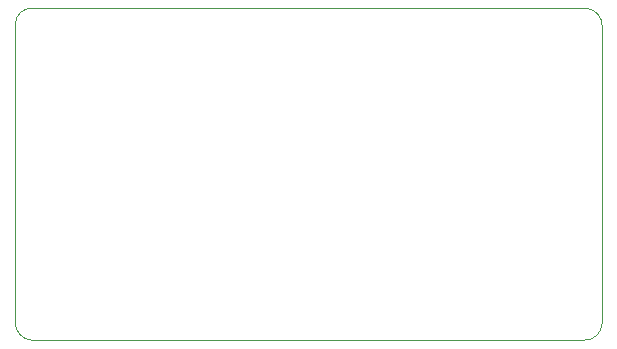
<source format=gm1>
G04 #@! TF.GenerationSoftware,KiCad,Pcbnew,(6.0.11-0)*
G04 #@! TF.CreationDate,2023-03-08T20:48:50+08:00*
G04 #@! TF.ProjectId,slimarm_classic_2410,736c696d-6172-46d5-9f63-6c6173736963,rev?*
G04 #@! TF.SameCoordinates,Original*
G04 #@! TF.FileFunction,Profile,NP*
%FSLAX46Y46*%
G04 Gerber Fmt 4.6, Leading zero omitted, Abs format (unit mm)*
G04 Created by KiCad (PCBNEW (6.0.11-0)) date 2023-03-08 20:48:50*
%MOMM*%
%LPD*%
G01*
G04 APERTURE LIST*
G04 #@! TA.AperFunction,Profile*
%ADD10C,0.100000*%
G04 #@! TD*
G04 APERTURE END LIST*
D10*
X12150071Y-40124839D02*
G75*
G03*
X13510651Y-41550000I1464129J35739D01*
G01*
X61835832Y-14951360D02*
G75*
G03*
X60500527Y-13454362I-1481832J22260D01*
G01*
X61835765Y-40128162D02*
X61835765Y-14951359D01*
X13584928Y-13454364D02*
G75*
G03*
X12150000Y-14800000I-67158J-1366276D01*
G01*
X60500527Y-13454362D02*
X13584928Y-13454362D01*
X60320776Y-41549972D02*
G75*
G03*
X61835765Y-40128162I72424J1440872D01*
G01*
X13510651Y-41550000D02*
X60320775Y-41550000D01*
X12150000Y-40124841D02*
X12150000Y-14800000D01*
M02*

</source>
